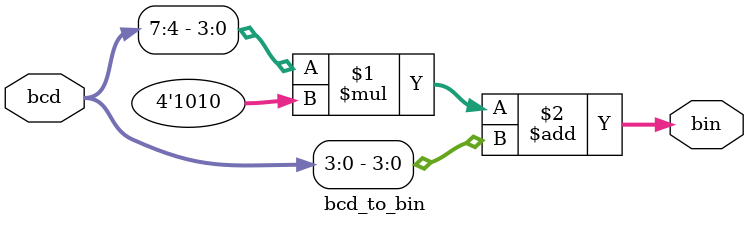
<source format=v>
`timescale 1ns / 1ps

module bcd_to_bin(
input [7:0] bcd,
output [7:0] bin
);
assign bin = (bcd[7:4] * 4'd10)+ bcd[3:0];
endmodule

</source>
